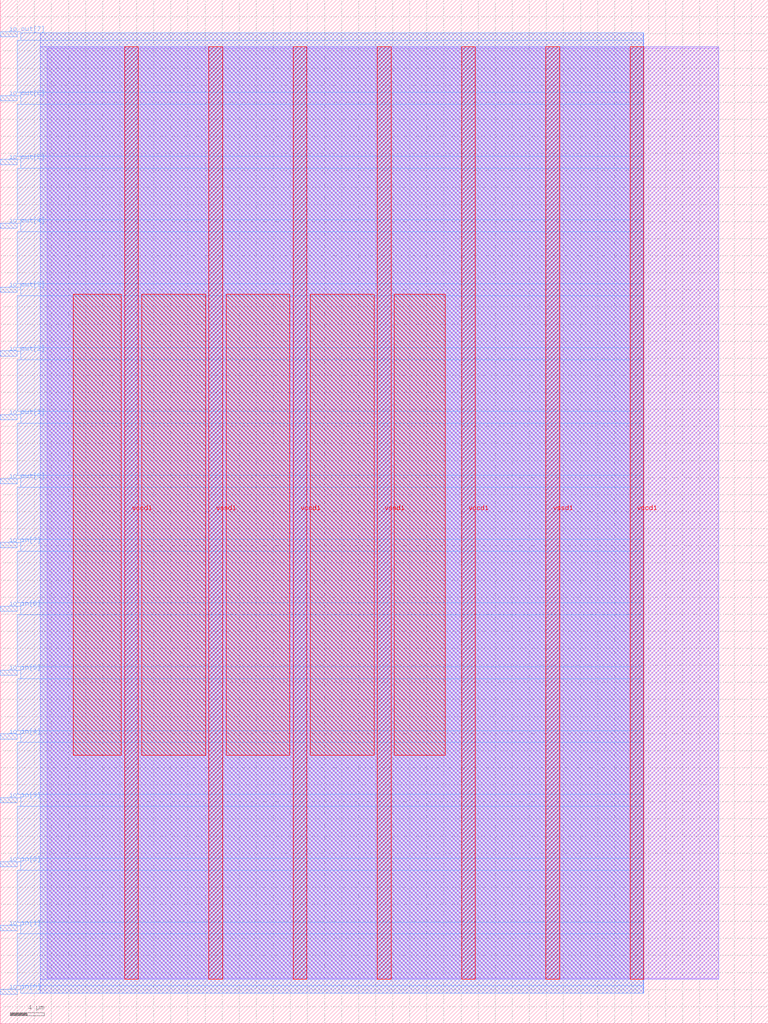
<source format=lef>
VERSION 5.7 ;
  NOWIREEXTENSIONATPIN ON ;
  DIVIDERCHAR "/" ;
  BUSBITCHARS "[]" ;
MACRO phasenoisepon_seven_segment_seconds
  CLASS BLOCK ;
  FOREIGN phasenoisepon_seven_segment_seconds ;
  ORIGIN 0.000 0.000 ;
  SIZE 90.000 BY 120.000 ;
  PIN io_in[0]
    DIRECTION INPUT ;
    USE SIGNAL ;
    PORT
      LAYER met3 ;
        RECT 0.000 3.440 2.000 4.040 ;
    END
  END io_in[0]
  PIN io_in[1]
    DIRECTION INPUT ;
    USE SIGNAL ;
    PORT
      LAYER met3 ;
        RECT 0.000 10.920 2.000 11.520 ;
    END
  END io_in[1]
  PIN io_in[2]
    DIRECTION INPUT ;
    USE SIGNAL ;
    PORT
      LAYER met3 ;
        RECT 0.000 18.400 2.000 19.000 ;
    END
  END io_in[2]
  PIN io_in[3]
    DIRECTION INPUT ;
    USE SIGNAL ;
    PORT
      LAYER met3 ;
        RECT 0.000 25.880 2.000 26.480 ;
    END
  END io_in[3]
  PIN io_in[4]
    DIRECTION INPUT ;
    USE SIGNAL ;
    PORT
      LAYER met3 ;
        RECT 0.000 33.360 2.000 33.960 ;
    END
  END io_in[4]
  PIN io_in[5]
    DIRECTION INPUT ;
    USE SIGNAL ;
    PORT
      LAYER met3 ;
        RECT 0.000 40.840 2.000 41.440 ;
    END
  END io_in[5]
  PIN io_in[6]
    DIRECTION INPUT ;
    USE SIGNAL ;
    PORT
      LAYER met3 ;
        RECT 0.000 48.320 2.000 48.920 ;
    END
  END io_in[6]
  PIN io_in[7]
    DIRECTION INPUT ;
    USE SIGNAL ;
    PORT
      LAYER met3 ;
        RECT 0.000 55.800 2.000 56.400 ;
    END
  END io_in[7]
  PIN io_out[0]
    DIRECTION OUTPUT TRISTATE ;
    USE SIGNAL ;
    PORT
      LAYER met3 ;
        RECT 0.000 63.280 2.000 63.880 ;
    END
  END io_out[0]
  PIN io_out[1]
    DIRECTION OUTPUT TRISTATE ;
    USE SIGNAL ;
    PORT
      LAYER met3 ;
        RECT 0.000 70.760 2.000 71.360 ;
    END
  END io_out[1]
  PIN io_out[2]
    DIRECTION OUTPUT TRISTATE ;
    USE SIGNAL ;
    PORT
      LAYER met3 ;
        RECT 0.000 78.240 2.000 78.840 ;
    END
  END io_out[2]
  PIN io_out[3]
    DIRECTION OUTPUT TRISTATE ;
    USE SIGNAL ;
    PORT
      LAYER met3 ;
        RECT 0.000 85.720 2.000 86.320 ;
    END
  END io_out[3]
  PIN io_out[4]
    DIRECTION OUTPUT TRISTATE ;
    USE SIGNAL ;
    PORT
      LAYER met3 ;
        RECT 0.000 93.200 2.000 93.800 ;
    END
  END io_out[4]
  PIN io_out[5]
    DIRECTION OUTPUT TRISTATE ;
    USE SIGNAL ;
    PORT
      LAYER met3 ;
        RECT 0.000 100.680 2.000 101.280 ;
    END
  END io_out[5]
  PIN io_out[6]
    DIRECTION OUTPUT TRISTATE ;
    USE SIGNAL ;
    PORT
      LAYER met3 ;
        RECT 0.000 108.160 2.000 108.760 ;
    END
  END io_out[6]
  PIN io_out[7]
    DIRECTION OUTPUT TRISTATE ;
    USE SIGNAL ;
    PORT
      LAYER met3 ;
        RECT 0.000 115.640 2.000 116.240 ;
    END
  END io_out[7]
  PIN vccd1
    DIRECTION INOUT ;
    USE POWER ;
    PORT
      LAYER met4 ;
        RECT 14.590 5.200 16.190 114.480 ;
    END
    PORT
      LAYER met4 ;
        RECT 34.330 5.200 35.930 114.480 ;
    END
    PORT
      LAYER met4 ;
        RECT 54.070 5.200 55.670 114.480 ;
    END
    PORT
      LAYER met4 ;
        RECT 73.810 5.200 75.410 114.480 ;
    END
  END vccd1
  PIN vssd1
    DIRECTION INOUT ;
    USE GROUND ;
    PORT
      LAYER met4 ;
        RECT 24.460 5.200 26.060 114.480 ;
    END
    PORT
      LAYER met4 ;
        RECT 44.200 5.200 45.800 114.480 ;
    END
    PORT
      LAYER met4 ;
        RECT 63.940 5.200 65.540 114.480 ;
    END
  END vssd1
  OBS
      LAYER li1 ;
        RECT 5.520 5.355 84.180 114.325 ;
      LAYER met1 ;
        RECT 4.670 5.200 84.180 114.480 ;
      LAYER met2 ;
        RECT 4.690 3.555 75.380 116.125 ;
      LAYER met3 ;
        RECT 2.400 115.240 75.400 116.105 ;
        RECT 2.000 109.160 75.400 115.240 ;
        RECT 2.400 107.760 75.400 109.160 ;
        RECT 2.000 101.680 75.400 107.760 ;
        RECT 2.400 100.280 75.400 101.680 ;
        RECT 2.000 94.200 75.400 100.280 ;
        RECT 2.400 92.800 75.400 94.200 ;
        RECT 2.000 86.720 75.400 92.800 ;
        RECT 2.400 85.320 75.400 86.720 ;
        RECT 2.000 79.240 75.400 85.320 ;
        RECT 2.400 77.840 75.400 79.240 ;
        RECT 2.000 71.760 75.400 77.840 ;
        RECT 2.400 70.360 75.400 71.760 ;
        RECT 2.000 64.280 75.400 70.360 ;
        RECT 2.400 62.880 75.400 64.280 ;
        RECT 2.000 56.800 75.400 62.880 ;
        RECT 2.400 55.400 75.400 56.800 ;
        RECT 2.000 49.320 75.400 55.400 ;
        RECT 2.400 47.920 75.400 49.320 ;
        RECT 2.000 41.840 75.400 47.920 ;
        RECT 2.400 40.440 75.400 41.840 ;
        RECT 2.000 34.360 75.400 40.440 ;
        RECT 2.400 32.960 75.400 34.360 ;
        RECT 2.000 26.880 75.400 32.960 ;
        RECT 2.400 25.480 75.400 26.880 ;
        RECT 2.000 19.400 75.400 25.480 ;
        RECT 2.400 18.000 75.400 19.400 ;
        RECT 2.000 11.920 75.400 18.000 ;
        RECT 2.400 10.520 75.400 11.920 ;
        RECT 2.000 4.440 75.400 10.520 ;
        RECT 2.400 3.575 75.400 4.440 ;
      LAYER met4 ;
        RECT 8.575 31.455 14.190 85.505 ;
        RECT 16.590 31.455 24.060 85.505 ;
        RECT 26.460 31.455 33.930 85.505 ;
        RECT 36.330 31.455 43.800 85.505 ;
        RECT 46.200 31.455 52.145 85.505 ;
  END
END phasenoisepon_seven_segment_seconds
END LIBRARY


</source>
